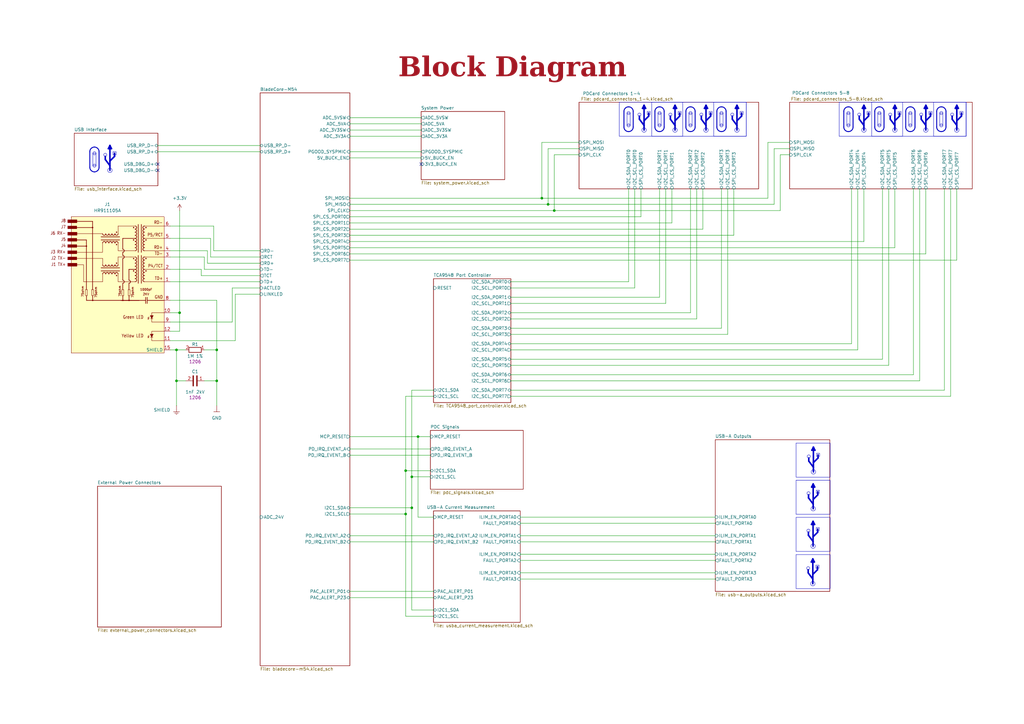
<source format=kicad_sch>
(kicad_sch (version 20250114) (generator "eeschema") (generator_version "9.0")
  (paper "A3")
  (title_block (title "Project Architecture") (date "2025-01-12") (rev "${REVISION}") (company "${COMPANY}"))
  (lib_symbols
    (symbol "DS_Capacitor_1206:1nF 2kV 1206"
      (property "Reference" "C" (at 3.81 2.032 0))
      (property "Value" "1nF 2kV" (at 3.81 0 0))
      (property "FOOTPRINT_SHORT" "1206" (at 3.81 -2.032 0))
      (symbol "1nF 2kV 1206_1_1"
        (pin passive line (at 0 3.81 270) (length 2.794) (name "~") (number "1"))
        (pin passive line (at 0 -3.81 90) (length 2.794) (name "~") (number "2"))
      )
    )
    (symbol "DS_Connector:HR911105A"
      (property "Reference" "J" (at 1.016 33.274 0))
      (property "Value" "HR911105A" (at -7.366 -27.686 0))
      (symbol "HR911105A_1_0"
        (text "GND" (at -19.8971 -3.1962 0) (effects (font (size 1.2764 1.0849)) (justify left bottom)))
        (text "TD+" (at -19.8695 4.492 0) (effects (font (size 1.2772 1.0856)) (justify left bottom)))
        (text "P4/TCT" (at -19.8444 9.5906 0) (effects (font (size 1.2762 1.0847)) (justify left bottom)))
        (text "P5/RCT" (at -19.8348 22.3455 0) (effects (font (size 1.2758 1.0844)) (justify left bottom)))
        (text "TD-" (at -19.8142 14.6785 0) (effects (font (size 1.275 1.0837)) (justify left bottom)))
        (text "RD-" (at -19.7987 27.4142 0) (effects (font (size 1.2744 1.0832)) (justify left bottom)))
        (text "RD+" (at -19.7935 17.2152 0) (effects (font (size 1.2742 1.083)) (justify left bottom)))
        (text "1000pF" (at -15.5425 0.1242 0) (effects (font (size 0.889 0.889)) (justify left bottom)))
        (text "2KV" (at -14.2728 -1.7896 0) (effects (font (size 0.889 0.889)) (justify left bottom)))
        (text "Green LED" (at -11.938 -11.43 0) (effects (font (size 1.2757 1.0843)) (justify left bottom)))
        (text "Yellow LED" (at -11.938 -19.05 0) (effects (font (size 1.2791 1.0872)) (justify left bottom)))
        (text "75ohm" (at -6.8914 -2.7806 900) (effects (font (size 0.889 0.889)) (justify left bottom)))
        (text "75ohm" (at -1.6553 -2.3411 900) (effects (font (size 0.889 0.889)) (justify left bottom)))
        (text "75ohm" (at 8.1571 -2.7897 900) (effects (font (size 0.889 0.889)) (justify left bottom)))
        (text "75ohm" (at 13.6147 -2.4906 900) (effects (font (size 0.889 0.889)) (justify left bottom)))
        (text "J1 TX+" (at 19.946 10.208 0) (effects (font (size 1.2765 1.085)) (justify left bottom)))
        (text "J3 RX+" (at 19.9635 15.3529 0) (effects (font (size 1.277 1.0854)) (justify left bottom)))
        (text "J2 TX-" (at 19.964 12.7823 0) (effects (font (size 1.2772 1.0856)) (justify left bottom)))
        (text "J4" (at 19.9663 17.9064 0) (effects (font (size 1.2772 1.0856)) (justify left bottom)))
        (text "J8" (at 19.975 28.1307 0) (effects (font (size 1.2776 1.0859)) (justify left bottom)))
        (text "J6 RX-" (at 19.9752 23.0177 0) (effects (font (size 1.2777 1.086)) (justify left bottom)))
        (text "J7" (at 19.9759 25.5682 0) (effects (font (size 1.2778 1.0861)) (justify left bottom)))
        (text "J5" (at 19.9842 20.4661 0) (effects (font (size 1.2781 1.0863)) (justify left bottom)))
        (pin passive line (at -22.86 26.67 0) (length 2.54) (name "RD-") (number "6"))
        (pin passive line (at -22.86 21.59 0) (length 2.54) (name "P5/RCT") (number "5"))
        (pin passive line (at -22.86 16.51 0) (length 2.54) (name "RD+") (number "4"))
        (pin passive line (at -22.86 13.97 0) (length 2.54) (name "TD-") (number "3"))
        (pin passive line (at -22.86 8.89 0) (length 2.54) (name "P4/TCT") (number "2"))
        (pin passive line (at -22.86 3.81 0) (length 2.54) (name "TD+") (number "1"))
        (pin power_in line (at -22.86 -3.81 0) (length 2.54) (name "GND") (number "8"))
        (pin passive line (at -22.86 -8.89 0) (length 2.54) (name "GREEN+") (number "10"))
        (pin passive line (at -22.86 -12.7 0) (length 2.54) (name "GREEN-") (number "9"))
        (pin passive line (at -22.86 -16.51 0) (length 2.54) (name "YELLOW+") (number "12"))
        (pin passive line (at -22.86 -20.32 0) (length 2.54) (name "YELLOW-") (number "11"))
        (pin passive line (at -22.86 -24.13 0) (length 2.54) (name "SHIELD") (number "15"))
      )
    )
    (symbol "DS_Resistor_1206:1M 1% 1206"
      (property "Reference" "R" (at 2.032 2.032 0))
      (property "Value" "1M 1%" (at 2.032 0 0))
      (property "FOOTPRINT_SHORT" "1206" (at 2.032 -2.032 0))
      (symbol "1M 1% 1206_1_1"
        (pin passive line (at 0 3.81 270) (length 1.27) (name "~") (number "1"))
        (pin passive line (at 0 -3.81 90) (length 1.27) (name "~") (number "2"))
      )
    )
    (symbol "DS_Supply:GND" (power) (pin_numbers (hide yes)) (pin_names (offset 0) (hide yes))
      (property "Value" "GND" (at 0 -3.81 0))
      (symbol "GND_1_1"
        (pin power_in line (at 0 0 270) (length 0) (name "~") (number "1"))
      )
    )
    (symbol "DS_Supply:SHIELD" (power) (pin_numbers (hide yes)) (pin_names (offset 0) (hide yes)) (in_bom no) (on_board no)
      (property "Value" "SHIELD" (at 0 -4.064 0))
      (symbol "SHIELD_1_1"
        (pin power_in line (at 0 1.27 270) (length 0) (name "~") (number "1"))
      )
    )
    (symbol "power:+3.3V" (power) (pin_numbers (hide yes)) (pin_names (offset 0) (hide yes))
      (property "Value" "+3.3V" (at 0 3.556 0))
      (symbol "+3.3V_1_1"
        (pin power_in line (at 0 0 90) (length 0) (name "~") (number "1"))
      )
    )
  )
  (arc (start 386.08 53.975) (mid 384.733 53.417) (end 384.175 52.07) (stroke (width 0.381)))
  (rectangle (start 382.905 41.91) (end 396.24 55.88))
  (arc (start 297.815 52.07) (mid 297.257 53.417) (end 295.91 53.975) (stroke (width 0.381)))
  (circle (center 45.085 69.85) (radius 0.898) (fill (type color)))
  (circle (center 392.43 53.34) (radius 0.898) (fill (type color)))
  (circle (center 379.73 53.34) (radius 0.898) (fill (type color)))
  (arc (start 387.985 52.07) (mid 387.427 53.417) (end 386.08 53.975) (stroke (width 0.381)))
  (arc (start 362.585 52.07) (mid 362.027 53.417) (end 360.68 53.975) (stroke (width 0.381)))
  (circle (center 367.03 53.34) (radius 0.898) (fill (type color)))
  (rectangle (start 254 41.91) (end 306.07 55.88))
  (arc (start 295.91 53.975) (mid 294.563 53.417) (end 294.005 52.07) (stroke (width 0.381)))
  (arc (start 281.305 45.72) (mid 281.863 44.373) (end 283.21 43.815) (stroke (width 0.381)))
  (circle (center 347.98 51.435) (radius 0.635) (fill (type color)))
  (circle (center 333.5201 208.6625) (radius 0.898) (fill (type color)))
  (arc (start 259.715 52.07) (mid 259.157 53.417) (end 257.81 53.975) (stroke (width 0.381)))
  (rectangle (start 326.4993 227.4459) (end 340.4693 241.4159))
  (circle (center 38.735 62.865) (radius 0.635) (fill (type color)))
  (circle (center 283.21 51.435) (radius 0.635) (fill (type color)))
  (rectangle (start 334.8876 185.9282) (end 336.1576 187.1982) (fill (type color)))
  (circle (center 333.6176 193.5482) (radius 0.898) (fill (type color)))
  (circle (center 274.955 46.99) (radius 0.635) (fill (type color)))
  (rectangle (start 368.3 45.72) (end 369.57 46.99) (fill (type color)))
  (arc (start 255.905 45.72) (mid 256.463 44.373) (end 257.81 43.815) (stroke (width 0.381)))
  (arc (start 257.81 43.815) (mid 259.157 44.373) (end 259.715 45.72) (stroke (width 0.381)))
  (arc (start 386.08 43.815) (mid 387.427 44.373) (end 387.985 45.72) (stroke (width 0.381)))
  (arc (start 371.475 45.72) (mid 372.033 44.373) (end 373.38 43.815) (stroke (width 0.381)))
  (circle (center 270.51 51.435) (radius 0.635) (fill (type color)))
  (rectangle (start 295.275 46.355) (end 296.545 51.435) (fill (type color)))
  (circle (center 264.16 53.34) (radius 0.898) (fill (type color)))
  (arc (start 270.51 53.975) (mid 269.163 53.417) (end 268.605 52.07) (stroke (width 0.381)))
  (circle (center 360.68 51.435) (radius 0.635) (fill (type color)))
  (circle (center 347.98 46.355) (radius 0.635) (fill (type color)))
  (arc (start 295.91 43.815) (mid 297.257 44.373) (end 297.815 45.72) (stroke (width 0.381)))
  (arc (start 285.115 52.07) (mid 284.557 53.417) (end 283.21 53.975) (stroke (width 0.381)))
  (circle (center 331.7126 187.1982) (radius 0.635) (fill (type color)))
  (rectangle (start 381 45.72) (end 382.27 46.99) (fill (type color)))
  (circle (center 331.6151 202.3125) (radius 0.635) (fill (type color)))
  (circle (center 333.4725 223.9882) (radius 0.898) (fill (type color)))
  (circle (center 377.825 46.99) (radius 0.635) (fill (type color)))
  (circle (center 257.81 46.355) (radius 0.635) (fill (type color)))
  (rectangle (start 355.6 45.72) (end 356.87 46.99) (fill (type color)))
  (rectangle (start 269.875 46.355) (end 271.145 51.435) (fill (type color)))
  (rectangle (start 357.505 41.91) (end 370.205 55.88))
  (rectangle (start 292.735 41.91) (end 306.07 55.88))
  (rectangle (start 334.7901 201.0425) (end 336.0601 202.3125) (fill (type color)))
  (circle (center 300.355 46.99) (radius 0.635) (fill (type color)))
  (arc (start 347.98 53.975) (mid 346.633 53.417) (end 346.075 52.07) (stroke (width 0.381)))
  (rectangle (start 326.4993 196.9659) (end 340.4693 210.9359))
  (rectangle (start 334.7425 216.3682) (end 336.0125 217.6382) (fill (type color)))
  (circle (center 43.18 63.5) (radius 0.635) (fill (type color)))
  (rectangle (start 326.4993 212.2059) (end 340.4693 226.1759))
  (rectangle (start 326.4993 181.7259) (end 340.4693 195.6959))
  (arc (start 360.68 53.975) (mid 359.333 53.417) (end 358.775 52.07) (stroke (width 0.381)))
  (circle (center 354.33 53.34) (radius 0.898) (fill (type color)))
  (rectangle (start 257.175 46.355) (end 258.445 51.435) (fill (type color)))
  (arc (start 294.005 45.72) (mid 294.563 44.373) (end 295.91 43.815) (stroke (width 0.381)))
  (arc (start 373.38 43.815) (mid 374.727 44.373) (end 375.285 45.72) (stroke (width 0.381)))
  (circle (center 283.21 46.355) (radius 0.635) (fill (type color)))
  (rectangle (start 344.17 41.91) (end 396.24 55.88))
  (arc (start 360.68 43.815) (mid 362.027 44.373) (end 362.585 45.72) (stroke (width 0.381)))
  (circle (center 352.425 46.99) (radius 0.635) (fill (type color)))
  (circle (center 373.38 46.355) (radius 0.635) (fill (type color)))
  (arc (start 36.83 62.23) (mid 37.388 60.883) (end 38.735 60.325) (stroke (width 0.381)))
  (rectangle (start 38.1 62.865) (end 39.37 67.945) (fill (type color)))
  (rectangle (start 278.13 45.72) (end 279.4 46.99) (fill (type color)))
  (arc (start 373.38 53.975) (mid 372.033 53.417) (end 371.475 52.07) (stroke (width 0.381)))
  (circle (center 257.81 51.435) (radius 0.635) (fill (type color)))
  (circle (center 295.91 46.355) (radius 0.635) (fill (type color)))
  (rectangle (start 46.355 62.23) (end 47.625 63.5) (fill (type color)))
  (circle (center 38.735 67.945) (radius 0.635) (fill (type color)))
  (rectangle (start 265.43 45.72) (end 266.7 46.99) (fill (type color)))
  (circle (center 287.655 46.99) (radius 0.635) (fill (type color)))
  (arc (start 268.605 45.72) (mid 269.163 44.373) (end 270.51 43.815) (stroke (width 0.381)))
  (rectangle (start 385.445 46.355) (end 386.715 51.435) (fill (type color)))
  (circle (center 295.91 51.435) (radius 0.635) (fill (type color)))
  (circle (center 373.38 51.435) (radius 0.635) (fill (type color)))
  (rectangle (start 372.745 46.355) (end 374.015 51.435) (fill (type color)))
  (arc (start 375.285 52.07) (mid 374.727 53.417) (end 373.38 53.975) (stroke (width 0.381)))
  (circle (center 386.08 51.435) (radius 0.635) (fill (type color)))
  (arc (start 257.81 53.975) (mid 256.463 53.417) (end 255.905 52.07) (stroke (width 0.381)))
  (arc (start 283.21 43.815) (mid 284.557 44.373) (end 285.115 45.72) (stroke (width 0.381)))
  (arc (start 272.415 52.07) (mid 271.857 53.417) (end 270.51 53.975) (stroke (width 0.381)))
  (circle (center 276.86 53.34) (radius 0.898) (fill (type color)))
  (arc (start 38.735 70.485) (mid 37.388 69.927) (end 36.83 68.58) (stroke (width 0.381)))
  (arc (start 384.175 45.72) (mid 384.733 44.373) (end 386.08 43.815) (stroke (width 0.381)))
  (arc (start 346.075 45.72) (mid 346.633 44.373) (end 347.98 43.815) (stroke (width 0.381)))
  (circle (center 289.56 53.34) (radius 0.898) (fill (type color)))
  (circle (center 262.255 46.99) (radius 0.635) (fill (type color)))
  (arc (start 270.51 43.815) (mid 271.857 44.373) (end 272.415 45.72) (stroke (width 0.381)))
  (rectangle (start 334.645 231.775) (end 335.915 233.045) (fill (type color)))
  (circle (center 360.68 46.355) (radius 0.635) (fill (type color)))
  (arc (start 347.98 43.815) (mid 349.327 44.373) (end 349.885 45.72) (stroke (width 0.381)))
  (rectangle (start 347.345 46.355) (end 348.615 51.435) (fill (type color)))
  (circle (center 302.26 53.34) (radius 0.898) (fill (type color)))
  (circle (center 331.5675 217.6382) (radius 0.635) (fill (type color)))
  (rectangle (start 282.575 46.355) (end 283.845 51.435) (fill (type color)))
  (circle (center 333.375 239.395) (radius 0.898) (fill (type color)))
  (circle (center 390.525 46.99) (radius 0.635) (fill (type color)))
  (rectangle (start 393.7 45.72) (end 394.97 46.99) (fill (type color)))
  (rectangle (start 303.53 45.72) (end 304.8 46.99) (fill (type color)))
  (rectangle (start 290.83 45.72) (end 292.1 46.99) (fill (type color)))
  (arc (start 349.885 52.07) (mid 349.327 53.417) (end 347.98 53.975) (stroke (width 0.381)))
  (circle (center 270.51 46.355) (radius 0.635) (fill (type color)))
  (arc (start 38.735 60.325) (mid 40.082 60.883) (end 40.64 62.23) (stroke (width 0.381)))
  (arc (start 358.775 45.72) (mid 359.333 44.373) (end 360.68 43.815) (stroke (width 0.381)))
  (rectangle (start 267.335 41.91) (end 280.035 55.88))
  (circle (center 386.08 46.355) (radius 0.635) (fill (type color)))
  (rectangle (start 360.045 46.355) (end 361.315 51.435) (fill (type color)))
  (arc (start 283.21 53.975) (mid 281.863 53.417) (end 281.305 52.07) (stroke (width 0.381)))
  (circle (center 365.125 46.99) (radius 0.635) (fill (type color)))
  (circle (center 331.47 233.045) (radius 0.635) (fill (type color)))
  (arc (start 40.64 68.58) (mid 40.082 69.927) (end 38.735 70.485) (stroke (width 0.381)))
  (text_box "Block Diagram" (at 144.78 21.59 0) (size 130.81 12.7) (margins 5.9999 5.9999 5.9999 5.9999) (stroke (width -0.0001)) (effects (font (size 8 8) (thickness 1.2) (bold yes))))
  (junction (at 166.37 210.82))
  (junction (at 88.9 156.21))
  (junction (at 168.91 195.58))
  (junction (at 227.33 86.36))
  (junction (at 72.39 156.21))
  (junction (at 171.45 179.07))
  (junction (at 72.39 143.51))
  (junction (at 166.37 193.04))
  (junction (at 73.66 128.27))
  (junction (at 222.25 81.28))
  (junction (at 88.9 143.51))
  (junction (at 224.79 83.82))
  (junction (at 168.91 208.28))
  (no_connect (at 172.72 67.31))
  (no_connect (at 64.77 69.85))
  (no_connect (at 64.77 67.31))
  (wire (pts (xy 168.91 160.02) (xy 168.91 195.58)))
  (wire (pts (xy 270.51 121.92) (xy 270.51 77.47)))
  (wire (pts (xy 82.55 113.03) (xy 82.55 110.49)))
  (polyline (pts (xy 368.935 46.355) (xy 368.935 47.625)) (stroke (width 0.635)))
  (polyline (pts (xy 367.03 43.18) (xy 366.395 44.45)) (stroke (width 0.635)))
  (wire (pts (xy 166.37 162.56) (xy 177.8 162.56)))
  (wire (pts (xy 69.85 132.08) (xy 95.25 132.08)))
  (polyline (pts (xy 353.695 44.45) (xy 354.965 44.45)) (stroke (width 0.635)))
  (wire (pts (xy 177.8 212.09) (xy 171.45 212.09)))
  (wire (pts (xy 209.55 124.46) (xy 273.05 124.46)))
  (polyline (pts (xy 333.375 229.235) (xy 332.74 230.505)) (stroke (width 0.635)))
  (wire (pts (xy 83.82 105.41) (xy 83.82 110.49)))
  (polyline (pts (xy 367.03 51.435) (xy 365.125 48.895)) (stroke (width 0.635)))
  (wire (pts (xy 320.04 86.36) (xy 320.04 63.5)))
  (polyline (pts (xy 392.43 43.18) (xy 392.43 53.34)) (stroke (width 0.635)))
  (polyline (pts (xy 335.28 232.41) (xy 335.28 233.68)) (stroke (width 0.635)))
  (wire (pts (xy 177.8 252.73) (xy 166.37 252.73)))
  (polyline (pts (xy 264.16 51.435) (xy 262.255 48.895)) (stroke (width 0.635)))
  (polyline (pts (xy 333.375 237.49) (xy 331.47 234.95)) (stroke (width 0.635)))
  (polyline (pts (xy 45.085 67.945) (xy 43.18 65.405)) (stroke (width 0.635)))
  (wire (pts (xy 72.39 143.51) (xy 72.39 156.21)))
  (wire (pts (xy 285.75 130.81) (xy 285.75 77.47)))
  (wire (pts (xy 76.2 156.21) (xy 72.39 156.21)))
  (wire (pts (xy 237.49 63.5) (xy 227.33 63.5)))
  (wire (pts (xy 237.49 60.96) (xy 224.79 60.96)))
  (polyline (pts (xy 333.5201 198.5025) (xy 332.8851 199.7725)) (stroke (width 0.635)))
  (wire (pts (xy 106.68 107.95) (xy 85.09 107.95)))
  (wire (pts (xy 143.51 93.98) (xy 288.29 93.98)))
  (wire (pts (xy 213.36 227.33) (xy 293.37 227.33)))
  (polyline (pts (xy 333.6176 191.6432) (xy 331.7126 189.1032)) (stroke (width 0.635)))
  (wire (pts (xy 166.37 193.04) (xy 176.53 193.04)))
  (polyline (pts (xy 366.395 44.45) (xy 367.665 44.45)) (stroke (width 0.635)))
  (polyline (pts (xy 297.815 45.72) (xy 297.815 52.07)) (stroke (width 0.381)))
  (wire (pts (xy 351.79 143.51) (xy 351.79 77.47)))
  (wire (pts (xy 209.55 115.57) (xy 257.81 115.57)))
  (polyline (pts (xy 332.74 230.505) (xy 334.01 230.505)) (stroke (width 0.635)))
  (polyline (pts (xy 276.86 49.53) (xy 278.765 47.625)) (stroke (width 0.635)))
  (polyline (pts (xy 333.5201 204.8525) (xy 335.4251 202.9475)) (stroke (width 0.635)))
  (wire (pts (xy 273.05 124.46) (xy 273.05 77.47)))
  (wire (pts (xy 143.51 179.07) (xy 171.45 179.07)))
  (wire (pts (xy 143.51 210.82) (xy 166.37 210.82)))
  (wire (pts (xy 64.77 62.23) (xy 106.68 62.23)))
  (wire (pts (xy 82.55 110.49) (xy 69.85 110.49)))
  (polyline (pts (xy 394.335 46.355) (xy 394.335 47.625)) (stroke (width 0.635)))
  (wire (pts (xy 295.91 134.62) (xy 295.91 77.47)))
  (wire (pts (xy 166.37 193.04) (xy 166.37 210.82)))
  (wire (pts (xy 209.55 153.67) (xy 374.65 153.67)))
  (wire (pts (xy 143.51 83.82) (xy 224.79 83.82)))
  (wire (pts (xy 209.55 128.27) (xy 283.21 128.27)))
  (wire (pts (xy 222.25 81.28) (xy 314.96 81.28)))
  (polyline (pts (xy 268.605 45.72) (xy 268.605 52.07)) (stroke (width 0.381)))
  (wire (pts (xy 171.45 212.09) (xy 171.45 179.07)))
  (wire (pts (xy 88.9 156.21) (xy 88.9 166.37)))
  (polyline (pts (xy 278.765 46.355) (xy 278.765 47.625)) (stroke (width 0.635)))
  (polyline (pts (xy 392.43 49.53) (xy 394.335 47.625)) (stroke (width 0.635)))
  (wire (pts (xy 209.55 134.62) (xy 295.91 134.62)))
  (wire (pts (xy 143.51 208.28) (xy 168.91 208.28)))
  (wire (pts (xy 213.36 229.87) (xy 293.37 229.87)))
  (wire (pts (xy 209.55 121.92) (xy 270.51 121.92)))
  (wire (pts (xy 88.9 143.51) (xy 88.9 156.21)))
  (polyline (pts (xy 264.16 49.53) (xy 266.065 47.625)) (stroke (width 0.635)))
  (wire (pts (xy 213.36 234.95) (xy 293.37 234.95)))
  (polyline (pts (xy 285.115 45.72) (xy 285.115 52.07)) (stroke (width 0.381)))
  (wire (pts (xy 224.79 83.82) (xy 317.5 83.82)))
  (wire (pts (xy 364.49 149.86) (xy 209.55 149.86)))
  (polyline (pts (xy 365.125 47.625) (xy 365.125 48.895)) (stroke (width 0.635)))
  (polyline (pts (xy 367.03 43.18) (xy 367.03 53.34)) (stroke (width 0.635)))
  (polyline (pts (xy 281.305 45.72) (xy 281.305 52.07)) (stroke (width 0.381)))
  (wire (pts (xy 69.85 105.41) (xy 83.82 105.41)))
  (polyline (pts (xy 289.56 43.18) (xy 289.56 53.34)) (stroke (width 0.635)))
  (wire (pts (xy 69.85 123.19) (xy 88.9 123.19)))
  (wire (pts (xy 237.49 58.42) (xy 222.25 58.42)))
  (wire (pts (xy 166.37 162.56) (xy 166.37 193.04)))
  (wire (pts (xy 209.55 162.56) (xy 389.89 162.56)))
  (wire (pts (xy 143.51 242.57) (xy 177.8 242.57)))
  (wire (pts (xy 86.36 105.41) (xy 106.68 105.41)))
  (wire (pts (xy 314.96 81.28) (xy 314.96 58.42)))
  (polyline (pts (xy 391.795 44.45) (xy 393.065 44.45)) (stroke (width 0.635)))
  (wire (pts (xy 288.29 93.98) (xy 288.29 77.47)))
  (polyline (pts (xy 367.03 43.18) (xy 367.665 44.45)) (stroke (width 0.635)))
  (polyline (pts (xy 288.925 44.45) (xy 290.195 44.45)) (stroke (width 0.635)))
  (wire (pts (xy 367.03 101.6) (xy 367.03 77.47)))
  (wire (pts (xy 224.79 60.96) (xy 224.79 83.82)))
  (wire (pts (xy 88.9 123.19) (xy 88.9 143.51)))
  (wire (pts (xy 143.51 245.11) (xy 177.8 245.11)))
  (wire (pts (xy 172.72 62.23) (xy 143.51 62.23)))
  (wire (pts (xy 222.25 58.42) (xy 222.25 81.28)))
  (wire (pts (xy 85.09 107.95) (xy 85.09 102.87)))
  (wire (pts (xy 69.85 128.27) (xy 73.66 128.27)))
  (wire (pts (xy 168.91 250.19) (xy 168.91 208.28)))
  (polyline (pts (xy 259.715 45.72) (xy 259.715 52.07)) (stroke (width 0.381)))
  (wire (pts (xy 143.51 106.68) (xy 392.43 106.68)))
  (polyline (pts (xy 392.43 51.435) (xy 390.525 48.895)) (stroke (width 0.635)))
  (polyline (pts (xy 335.3775 217.0032) (xy 335.3775 218.2732)) (stroke (width 0.635)))
  (wire (pts (xy 260.35 118.11) (xy 260.35 77.47)))
  (wire (pts (xy 389.89 162.56) (xy 389.89 77.47)))
  (polyline (pts (xy 276.86 43.18) (xy 277.495 44.45)) (stroke (width 0.635)))
  (polyline (pts (xy 43.18 64.135) (xy 43.18 65.405)) (stroke (width 0.635)))
  (wire (pts (xy 354.33 99.06) (xy 354.33 77.47)))
  (polyline (pts (xy 333.375 229.235) (xy 334.01 230.505)) (stroke (width 0.635)))
  (polyline (pts (xy 354.33 43.18) (xy 353.695 44.45)) (stroke (width 0.635)))
  (polyline (pts (xy 276.86 43.18) (xy 276.225 44.45)) (stroke (width 0.635)))
  (wire (pts (xy 317.5 83.82) (xy 317.5 60.96)))
  (polyline (pts (xy 45.085 66.04) (xy 46.99 64.135)) (stroke (width 0.635)))
  (wire (pts (xy 143.51 222.25) (xy 177.8 222.25)))
  (wire (pts (xy 95.25 118.11) (xy 106.68 118.11)))
  (wire (pts (xy 88.9 156.21) (xy 83.82 156.21)))
  (wire (pts (xy 213.36 219.71) (xy 293.37 219.71)))
  (polyline (pts (xy 302.26 43.18) (xy 302.26 53.34)) (stroke (width 0.635)))
  (polyline (pts (xy 289.56 51.435) (xy 287.655 48.895)) (stroke (width 0.635)))
  (wire (pts (xy 69.85 92.71) (xy 87.63 92.71)))
  (polyline (pts (xy 45.085 59.69) (xy 45.085 69.85)) (stroke (width 0.635)))
  (wire (pts (xy 392.43 106.68) (xy 392.43 77.47)))
  (wire (pts (xy 209.55 130.81) (xy 285.75 130.81)))
  (wire (pts (xy 168.91 160.02) (xy 177.8 160.02)))
  (wire (pts (xy 143.51 101.6) (xy 367.03 101.6)))
  (wire (pts (xy 209.55 140.97) (xy 349.25 140.97)))
  (wire (pts (xy 177.8 250.19) (xy 168.91 250.19)))
  (wire (pts (xy 209.55 160.02) (xy 387.35 160.02)))
  (polyline (pts (xy 332.8375 215.0982) (xy 334.1075 215.0982)) (stroke (width 0.635)))
  (polyline (pts (xy 333.375 229.235) (xy 333.375 239.395)) (stroke (width 0.635)))
  (polyline (pts (xy 333.5201 206.7575) (xy 331.6151 204.2175)) (stroke (width 0.635)))
  (wire (pts (xy 298.45 137.16) (xy 298.45 77.47)))
  (polyline (pts (xy 379.095 44.45) (xy 380.365 44.45)) (stroke (width 0.635)))
  (polyline (pts (xy 40.64 62.23) (xy 40.64 68.58)) (stroke (width 0.381)))
  (wire (pts (xy 64.77 59.69) (xy 106.68 59.69)))
  (wire (pts (xy 213.36 222.25) (xy 293.37 222.25)))
  (wire (pts (xy 349.25 140.97) (xy 349.25 77.47)))
  (wire (pts (xy 257.81 115.57) (xy 257.81 77.47)))
  (wire (pts (xy 361.95 147.32) (xy 361.95 77.47)))
  (polyline (pts (xy 302.26 51.435) (xy 300.355 48.895)) (stroke (width 0.635)))
  (polyline (pts (xy 379.73 51.435) (xy 377.825 48.895)) (stroke (width 0.635)))
  (wire (pts (xy 143.51 184.15) (xy 176.53 184.15)))
  (polyline (pts (xy 36.83 62.23) (xy 36.83 68.58)) (stroke (width 0.381)))
  (wire (pts (xy 209.55 118.11) (xy 260.35 118.11)))
  (wire (pts (xy 317.5 60.96) (xy 323.85 60.96)))
  (polyline (pts (xy 302.26 43.18) (xy 301.625 44.45)) (stroke (width 0.635)))
  (polyline (pts (xy 331.47 233.68) (xy 331.47 234.95)) (stroke (width 0.635)))
  (wire (pts (xy 387.35 77.47) (xy 387.35 160.02)))
  (polyline (pts (xy 346.075 45.72) (xy 346.075 52.07)) (stroke (width 0.381)))
  (polyline (pts (xy 354.33 43.18) (xy 354.965 44.45)) (stroke (width 0.635)))
  (wire (pts (xy 143.51 88.9) (xy 262.89 88.9)))
  (polyline (pts (xy 375.285 45.72) (xy 375.285 52.07)) (stroke (width 0.381)))
  (wire (pts (xy 227.33 86.36) (xy 320.04 86.36)))
  (polyline (pts (xy 276.86 51.435) (xy 274.955 48.895)) (stroke (width 0.635)))
  (wire (pts (xy 85.09 102.87) (xy 69.85 102.87)))
  (wire (pts (xy 83.82 143.51) (xy 88.9 143.51)))
  (polyline (pts (xy 392.43 43.18) (xy 393.065 44.45)) (stroke (width 0.635)))
  (polyline (pts (xy 304.165 46.355) (xy 304.165 47.625)) (stroke (width 0.635)))
  (polyline (pts (xy 379.73 43.18) (xy 379.095 44.45)) (stroke (width 0.635)))
  (polyline (pts (xy 264.16 43.18) (xy 264.795 44.45)) (stroke (width 0.635)))
  (polyline (pts (xy 44.45 60.96) (xy 45.72 60.96)) (stroke (width 0.635)))
  (wire (pts (xy 96.52 139.7) (xy 96.52 120.65)))
  (wire (pts (xy 95.25 132.08) (xy 95.25 118.11)))
  (wire (pts (xy 72.39 156.21) (xy 72.39 166.37)))
  (wire (pts (xy 69.85 115.57) (xy 106.68 115.57)))
  (wire (pts (xy 209.55 137.16) (xy 298.45 137.16)))
  (polyline (pts (xy 301.625 44.45) (xy 302.895 44.45)) (stroke (width 0.635)))
  (wire (pts (xy 320.04 63.5) (xy 323.85 63.5)))
  (wire (pts (xy 143.51 81.28) (xy 222.25 81.28)))
  (wire (pts (xy 379.73 104.14) (xy 379.73 77.47)))
  (polyline (pts (xy 333.6176 183.3882) (xy 333.6176 193.5482)) (stroke (width 0.635)))
  (polyline (pts (xy 264.16 43.18) (xy 264.16 53.34)) (stroke (width 0.635)))
  (wire (pts (xy 227.33 63.5) (xy 227.33 86.36)))
  (wire (pts (xy 69.85 139.7) (xy 96.52 139.7)))
  (wire (pts (xy 73.66 86.36) (xy 73.66 128.27)))
  (wire (pts (xy 364.49 77.47) (xy 364.49 149.86)))
  (wire (pts (xy 283.21 128.27) (xy 283.21 77.47)))
  (polyline (pts (xy 332.9826 184.6582) (xy 334.2526 184.6582)) (stroke (width 0.635)))
  (polyline (pts (xy 377.825 47.625) (xy 377.825 48.895)) (stroke (width 0.635)))
  (polyline (pts (xy 333.4725 213.8282) (xy 332.8375 215.0982)) (stroke (width 0.635)))
  (polyline (pts (xy 356.235 46.355) (xy 356.235 47.625)) (stroke (width 0.635)))
  (wire (pts (xy 314.96 58.42) (xy 323.85 58.42)))
  (polyline (pts (xy 367.03 49.53) (xy 368.935 47.625)) (stroke (width 0.635)))
  (wire (pts (xy 166.37 252.73) (xy 166.37 210.82)))
  (wire (pts (xy 72.39 143.51) (xy 69.85 143.51)))
  (polyline (pts (xy 387.985 45.72) (xy 387.985 52.07)) (stroke (width 0.381)))
  (polyline (pts (xy 45.085 59.69) (xy 45.72 60.96)) (stroke (width 0.635)))
  (polyline (pts (xy 289.56 43.18) (xy 288.925 44.45)) (stroke (width 0.635)))
  (polyline (pts (xy 276.225 44.45) (xy 277.495 44.45)) (stroke (width 0.635)))
  (wire (pts (xy 172.72 50.8) (xy 143.51 50.8)))
  (polyline (pts (xy 274.955 47.625) (xy 274.955 48.895)) (stroke (width 0.635)))
  (wire (pts (xy 143.51 99.06) (xy 354.33 99.06)))
  (wire (pts (xy 171.45 179.07) (xy 176.53 179.07)))
  (polyline (pts (xy 335.4251 201.6775) (xy 335.4251 202.9475)) (stroke (width 0.635)))
  (polyline (pts (xy 333.4725 213.8282) (xy 333.4725 223.9882)) (stroke (width 0.635)))
  (polyline (pts (xy 287.655 47.625) (xy 287.655 48.895)) (stroke (width 0.635)))
  (wire (pts (xy 300.99 96.52) (xy 300.99 77.47)))
  (wire (pts (xy 209.55 143.51) (xy 351.79 143.51)))
  (polyline (pts (xy 333.4725 213.8282) (xy 334.1075 215.0982)) (stroke (width 0.635)))
  (wire (pts (xy 377.19 77.47) (xy 377.19 156.21)))
  (wire (pts (xy 76.2 143.51) (xy 72.39 143.51)))
  (polyline (pts (xy 272.415 45.72) (xy 272.415 52.07)) (stroke (width 0.381)))
  (wire (pts (xy 87.63 102.87) (xy 106.68 102.87)))
  (wire (pts (xy 143.51 91.44) (xy 275.59 91.44)))
  (wire (pts (xy 213.36 212.09) (xy 293.37 212.09)))
  (polyline (pts (xy 333.5201 198.5025) (xy 334.1551 199.7725)) (stroke (width 0.635)))
  (polyline (pts (xy 349.885 45.72) (xy 349.885 52.07)) (stroke (width 0.381)))
  (polyline (pts (xy 333.6176 183.3882) (xy 334.2526 184.6582)) (stroke (width 0.635)))
  (wire (pts (xy 106.68 113.03) (xy 82.55 113.03)))
  (wire (pts (xy 172.72 55.88) (xy 143.51 55.88)))
  (wire (pts (xy 73.66 128.27) (xy 73.66 135.89)))
  (wire (pts (xy 213.36 237.49) (xy 293.37 237.49)))
  (polyline (pts (xy 302.26 49.53) (xy 304.165 47.625)) (stroke (width 0.635)))
  (polyline (pts (xy 358.775 45.72) (xy 358.775 52.07)) (stroke (width 0.381)))
  (polyline (pts (xy 331.5675 218.2732) (xy 331.5675 219.5432)) (stroke (width 0.635)))
  (polyline (pts (xy 354.33 43.18) (xy 354.33 53.34)) (stroke (width 0.635)))
  (polyline (pts (xy 390.525 47.625) (xy 390.525 48.895)) (stroke (width 0.635)))
  (polyline (pts (xy 392.43 43.18) (xy 391.795 44.45)) (stroke (width 0.635)))
  (polyline (pts (xy 362.585 45.72) (xy 362.585 52.07)) (stroke (width 0.381)))
  (wire (pts (xy 374.65 77.47) (xy 374.65 153.67)))
  (polyline (pts (xy 276.86 43.18) (xy 276.86 53.34)) (stroke (width 0.635)))
  (polyline (pts (xy 354.33 51.435) (xy 352.425 48.895)) (stroke (width 0.635)))
  (wire (pts (xy 96.52 120.65) (xy 106.68 120.65)))
  (polyline (pts (xy 332.8851 199.7725) (xy 334.1551 199.7725)) (stroke (width 0.635)))
  (polyline (pts (xy 384.175 45.72) (xy 384.175 52.07)) (stroke (width 0.381)))
  (polyline (pts (xy 333.375 235.585) (xy 335.28 233.68)) (stroke (width 0.635)))
  (wire (pts (xy 143.51 96.52) (xy 300.99 96.52)))
  (polyline (pts (xy 354.33 49.53) (xy 356.235 47.625)) (stroke (width 0.635)))
  (polyline (pts (xy 291.465 46.355) (xy 291.465 47.625)) (stroke (width 0.635)))
  (polyline (pts (xy 379.73 43.18) (xy 380.365 44.45)) (stroke (width 0.635)))
  (wire (pts (xy 172.72 53.34) (xy 143.51 53.34)))
  (polyline (pts (xy 266.065 46.355) (xy 266.065 47.625)) (stroke (width 0.635)))
  (polyline (pts (xy 333.5201 198.5025) (xy 333.5201 208.6625)) (stroke (width 0.635)))
  (polyline (pts (xy 333.4725 222.0832) (xy 331.5675 219.5432)) (stroke (width 0.635)))
  (polyline (pts (xy 331.6151 202.9475) (xy 331.6151 204.2175)) (stroke (width 0.635)))
  (polyline (pts (xy 379.73 49.53) (xy 381.635 47.625)) (stroke (width 0.635)))
  (polyline (pts (xy 381.635 46.355) (xy 381.635 47.625)) (stroke (width 0.635)))
  (wire (pts (xy 377.19 156.21) (xy 209.55 156.21)))
  (polyline (pts (xy 333.4725 220.1782) (xy 335.3775 218.2732)) (stroke (width 0.635)))
  (wire (pts (xy 83.82 110.49) (xy 106.68 110.49)))
  (polyline (pts (xy 300.355 47.625) (xy 300.355 48.895)) (stroke (width 0.635)))
  (polyline (pts (xy 264.16 43.18) (xy 263.525 44.45)) (stroke (width 0.635)))
  (polyline (pts (xy 289.56 43.18) (xy 290.195 44.45)) (stroke (width 0.635)))
  (wire (pts (xy 143.51 219.71) (xy 177.8 219.71)))
  (polyline (pts (xy 262.255 47.625) (xy 262.255 48.895)) (stroke (width 0.635)))
  (polyline (pts (xy 294.005 45.72) (xy 294.005 52.07)) (stroke (width 0.381)))
  (polyline (pts (xy 352.425 47.625) (xy 352.425 48.895)) (stroke (width 0.635)))
  (wire (pts (xy 87.63 92.71) (xy 87.63 102.87)))
  (polyline (pts (xy 379.73 43.18) (xy 379.73 53.34)) (stroke (width 0.635)))
  (wire (pts (xy 168.91 195.58) (xy 168.91 208.28)))
  (polyline (pts (xy 263.525 44.45) (xy 264.795 44.45)) (stroke (width 0.635)))
  (polyline (pts (xy 46.99 62.865) (xy 46.99 64.135)) (stroke (width 0.635)))
  (polyline (pts (xy 333.6176 189.7382) (xy 335.5226 187.8332)) (stroke (width 0.635)))
  (wire (pts (xy 143.51 104.14) (xy 379.73 104.14)))
  (polyline (pts (xy 333.6176 183.3882) (xy 332.9826 184.6582)) (stroke (width 0.635)))
  (polyline (pts (xy 289.56 49.53) (xy 291.465 47.625)) (stroke (width 0.635)))
  (wire (pts (xy 172.72 64.77) (xy 143.51 64.77)))
  (wire (pts (xy 69.85 97.79) (xy 86.36 97.79)))
  (wire (pts (xy 213.36 214.63) (xy 293.37 214.63)))
  (polyline (pts (xy 371.475 45.72) (xy 371.475 52.07)) (stroke (width 0.381)))
  (wire (pts (xy 209.55 147.32) (xy 361.95 147.32)))
  (wire (pts (xy 143.51 186.69) (xy 176.53 186.69)))
  (polyline (pts (xy 255.905 45.72) (xy 255.905 52.07)) (stroke (width 0.381)))
  (wire (pts (xy 168.91 195.58) (xy 176.53 195.58)))
  (wire (pts (xy 69.85 135.89) (xy 73.66 135.89)))
  (wire (pts (xy 275.59 91.44) (xy 275.59 77.47)))
  (polyline (pts (xy 302.26 43.18) (xy 302.895 44.45)) (stroke (width 0.635)))
  (polyline (pts (xy 45.085 59.69) (xy 44.45 60.96)) (stroke (width 0.635)))
  (polyline (pts (xy 335.5226 186.5632) (xy 335.5226 187.8332)) (stroke (width 0.635)))
  (wire (pts (xy 262.89 88.9) (xy 262.89 77.47)))
  (wire (pts (xy 172.72 48.26) (xy 143.51 48.26)))
  (polyline (pts (xy 331.7126 187.8332) (xy 331.7126 189.1032)) (stroke (width 0.635)))
  (wire (pts (xy 86.36 97.79) (xy 86.36 105.41)))
  (wire (pts (xy 143.51 86.36) (xy 227.33 86.36)))
  (symbol (lib_id "DS_Supply:GND") (at 88.9 166.37 0) (mirror y) (unit 1)
    (property "Reference" "#PWR02" (effects (hide yes)))
    (property "Value" "GND" (at 88.9 171.45 0))
    (property "Description" "Power symbol creates a global label with name \"GND\" , ground" (effects (hide yes)))
  )
  (symbol (lib_id "DS_Resistor_1206:1M 1% 1206") (at 80.01 143.51 270) (mirror x) (unit 1)
    (property "Reference" "R1" (at 80.01 141.224 90))
    (property "Value" "1M 1%" (at 80.01 146.05 90))
    (property "Footprint" "Resistor_SMD:R_1206_3216Metric" (effects (hide yes)))
    (property "Description" "250mW Thick Film Resistors 200V ±100ppm/℃ ±1% 1MΩ 1206 Chip Resistor - Surface Mount ROHS" (effects (hide yes)))
    (property "LCSC_PART" "C17927" (effects (hide yes)))
    (property "ROHS" "YES" (effects (hide yes)))
    (property "FOOTPRINT_SHORT" "1206" (at 80.01 148.336 90))
    (property "MFR" "Uniohm" (effects (hide yes)))
  )
  (symbol (lib_id "DS_Capacitor_1206:1nF 2kV 1206") (at 80.01 156.21 270) (unit 1)
    (property "Reference" "C1" (at 80.01 152.4 90))
    (property "Value" "1nF 2kV" (at 80.01 160.782 90))
    (property "Footprint" "Capacitor_SMD:C_1206_3216Metric" (effects (hide yes)))
    (property "Description" "Chip Capacitor (MLCC) 1206 1nF ±10% 2KV X7R" (effects (hide yes)))
    (property "FOOTPRINT_SHORT" "1206" (at 80.01 163.068 90))
    (property "ROHS" "YES" (effects (hide yes)))
    (property "LCSC_PART" "C173242" (effects (hide yes)))
    (property "MFR" "Johanson Dielectrics " (effects (hide yes)))
  )
  (symbol (lib_id "DS_Supply:SHIELD") (at 72.39 167.64 0) (mirror y) (unit 1) (in_bom no) (on_board no)
    (property "Reference" "#SHIELD01" (effects (hide yes)))
    (property "Value" "SHIELD" (at 69.85 168.1479 0) (effects (justify left)))
    (property "Description" "Power symbol creates a global label with name \"SHIELD\"" (effects (hide yes)))
  )
  (symbol (lib_id "DS_Connector:HR911105A") (at 46.99 119.38 0) (mirror y) (unit 1)
    (property "Reference" "J1" (at 44.0782 83.82 0))
    (property "Value" "HR911105A" (at 44.0782 86.36 0))
    (property "Footprint" "DS_Connector:100BASE_MAGJACK" (effects (hide yes)))
    (property "Datasheet" "https://core-electronics.com.au/attachments/localcontent/cc11be56d66bb63d5f1eeb85492439c0_335950a6d06.pdf" (effects (hide yes)))
    (property "Description" "1 Filtered Gold Non-PoE Phosphor bronze RJ45 Jack Right Angle Shielded With LED Plugin Ethernet Connectors / Modular Connectors (RJ45 RJ11) ROHS" (effects (hide yes)))
    (property "MPN" "HR911105A" (effects (hide yes)))
    (property "MFR" "HANRUN" (effects (hide yes)))
    (property "ROHS" "YES" (effects (hide yes)))
    (property "LCSC_PART" "C12074" (effects (hide yes)))
  )
  (symbol (lib_id "power:+3.3V") (at 73.66 86.36 0) (unit 1)
    (property "Reference" "#PWR01" (effects (hide yes)))
    (property "Value" "+3.3V" (at 73.66 81.28 0))
    (property "Description" "Power symbol creates a global label with name \"+3.3V\"" (effects (hide yes)))
  )
  (sheet (at 30.48 54.61) (size 34.29 21.59) (stroke (width 0.1524))
    (property "Sheetname" "USB Interface" (at 30.48 53.8984 0) (effects (justify left bottom)))
    (property "Sheetfile" "usb_interface.kicad_sch" (at 30.48 76.7846 0) (effects (justify left top)))
    (pin "USB_RP_D-" bidirectional (at 64.77 59.69 0))
    (pin "USB_RP_D+" bidirectional (at 64.77 62.23 0))
    (pin "USB_DBG_D+" bidirectional (at 64.77 67.31 0))
    (pin "USB_DBG_D-" bidirectional (at 64.77 69.85 0))
  )
  (sheet (at 172.72 45.72) (size 34.29 27.94) (stroke (width 0.1524))
    (property "Sheetname" "System Power" (at 172.72 45.0084 0) (effects (justify left bottom)))
    (property "Sheetfile" "system_power.kicad_sch" (at 172.72 74.2446 0) (effects (justify left top)))
    (pin "5V_BUCK_EN" input (at 172.72 64.77 180))
    (pin "3V3_BUCK_EN" input (at 172.72 67.31 180))
    (pin "ADC_5VSW" output (at 172.72 48.26 180))
    (pin "ADC_5VA" output (at 172.72 50.8 180))
    (pin "ADC_3V3SW" output (at 172.72 53.34 180))
    (pin "ADC_3V3A" output (at 172.72 55.88 180))
    (pin "PGOOD_SYSPMIC" output (at 172.72 62.23 180))
  )
  (sheet (at 177.8 209.55) (size 35.56 45.72) (stroke (width 0.1524))
    (property "Sheetname" "USB-A Current Measurement" (at 175.006 208.788 0) (effects (justify left bottom)))
    (property "Sheetfile" "usba_current_measurement.kicad_sch" (at 177.8 255.8546 0) (effects (justify left top)))
    (pin "PAC_ALERT_P01" bidirectional (at 177.8 242.57 180))
    (pin "FAULT_PORTA0" input (at 213.36 214.63 0))
    (pin "I2C1_SCL" bidirectional (at 177.8 252.73 180))
    (pin "ILIM_EN_PORTA1" input (at 213.36 219.71 0))
    (pin "FAULT_PORTA2" input (at 213.36 229.87 0))
    (pin "ILIM_EN_PORTA0" input (at 213.36 212.09 0))
    (pin "ILIM_EN_PORTA2" input (at 213.36 227.33 0))
    (pin "FAULT_PORTA3" input (at 213.36 237.49 0))
    (pin "FAULT_PORTA1" input (at 213.36 222.25 0))
    (pin "PAC_ALERT_P23" bidirectional (at 177.8 245.11 180))
    (pin "ILIM_EN_PORTA3" input (at 213.36 234.95 0))
    (pin "I2C1_SDA" bidirectional (at 177.8 250.19 180))
    (pin "MCP_RESET" input (at 177.8 212.09 180))
    (pin "PD_IRQ_EVENT_A2" output (at 177.8 219.71 180))
    (pin "PD_IRQ_EVENT_B2" output (at 177.8 222.25 180))
  )
  (sheet (at 106.68 38.1) (size 36.83 234.95) (stroke (width 0.1524))
    (property "Sheetname" "BladeCore-M54" (at 106.68 37.3884 0) (effects (justify left bottom)))
    (property "Sheetfile" "bladecore-m54.kicad_sch" (at 106.68 273.6346 0) (effects (justify left top)))
    (pin "ADC_24V" input (at 106.68 212.09 180))
    (pin "I2C1_SDA" bidirectional (at 143.51 208.28 0))
    (pin "ADC_3V3A" input (at 143.51 55.88 0))
    (pin "ADC_3V3SW" input (at 143.51 53.34 0))
    (pin "PD_IRQ_EVENT_B" input (at 143.51 186.69 0))
    (pin "MCP_RESET" output (at 143.51 179.07 0))
    (pin "SPI_CS_PORT6" output (at 143.51 104.14 0))
    (pin "USB_RP_D-" bidirectional (at 106.68 59.69 180))
    (pin "SPI_CS_PORT5" output (at 143.51 101.6 0))
    (pin "USB_RP_D+" bidirectional (at 106.68 62.23 180))
    (pin "SPI_MISO" input (at 143.51 83.82 0))
    (pin "SPI_MOSI" output (at 143.51 81.28 0))
    (pin "SPI_CS_PORT2" output (at 143.51 93.98 0))
    (pin "SPI_CS_PORT0" output (at 143.51 88.9 0))
    (pin "PD_IRQ_EVENT_A" input (at 143.51 184.15 0))
    (pin "SPI_CLK" output (at 143.51 86.36 0))
    (pin "PAC_ALERT_P23" bidirectional (at 143.51 245.11 0))
    (pin "SPI_CS_PORT4" output (at 143.51 99.06 0))
    (pin "ADC_5VSW" input (at 143.51 48.26 0))
    (pin "PAC_ALERT_P01" bidirectional (at 143.51 242.57 0))
    (pin "I2C1_SCL" output (at 143.51 210.82 0))
    (pin "SPI_CS_PORT1" output (at 143.51 91.44 0))
    (pin "SPI_CS_PORT3" output (at 143.51 96.52 0))
    (pin "SPI_CS_PORT7" output (at 143.51 106.68 0))
    (pin "PGOOD_SYSPMIC" input (at 143.51 62.23 0))
    (pin "5V_BUCK_EN" output (at 143.51 64.77 0))
    (pin "ADC_5VA" input (at 143.51 50.8 0))
    (pin "RD-" output (at 106.68 102.87 180))
    (pin "TD+" input (at 106.68 115.57 180))
    (pin "TCT" output (at 106.68 113.03 180))
    (pin "LINKLED" input (at 106.68 120.65 180))
    (pin "TD-" input (at 106.68 110.49 180))
    (pin "ACTLED" input (at 106.68 118.11 180))
    (pin "RD+" output (at 106.68 107.95 180))
    (pin "RCT" output (at 106.68 105.41 180))
    (pin "PD_IRQ_EVENT_B2" input (at 143.51 222.25 0))
    (pin "PD_IRQ_EVENT_A2" input (at 143.51 219.71 0))
  )
  (sheet (at 40.005 199.39) (size 50.8 57.785) (stroke (width 0.1524))
    (property "Sheetname" "External Power Connectors" (at 40.005 198.6784 0) (effects (justify left bottom)))
    (property "Sheetfile" "external_power_connectors.kicad_sch" (at 40.005 257.7596 0) (effects (justify left top)))
  )
  (sheet (at 237.49 41.91) (size 73.66 35.56) (stroke (width 0.1524))
    (property "Sheetname" "PDCard Connectors 1-4" (at 239.014 39.116 0) (effects (justify left bottom)))
    (property "Sheetfile" "pdcard_connectors_1-4.kicad_sch" (at 238.252 39.878 0) (effects (justify left top)))
    (pin "SPI_CS_PORT1" input (at 275.59 77.47 270))
    (pin "I2C_SCL_PORT3" input (at 298.45 77.47 270))
    (pin "SPI_CS_PORT2" input (at 288.29 77.47 270))
    (pin "SPI_MISO" output (at 237.49 60.96 180))
    (pin "SPI_MOSI" input (at 237.49 58.42 180))
    (pin "SPI_CS_PORT0" input (at 262.89 77.47 270))
    (pin "I2C_SDA_PORT2" bidirectional (at 283.21 77.47 270))
    (pin "I2C_SDA_PORT1" bidirectional (at 270.51 77.47 270))
    (pin "I2C_SCL_PORT2" input (at 285.75 77.47 270))
    (pin "I2C_SDA_PORT0" bidirectional (at 257.81 77.47 270))
    (pin "I2C_SCL_PORT1" input (at 273.05 77.47 270))
    (pin "SPI_CLK" input (at 237.49 63.5 180))
    (pin "SPI_CS_PORT3" input (at 300.99 77.47 270))
    (pin "I2C_SCL_PORT0" input (at 260.35 77.47 270))
    (pin "I2C_SDA_PORT3" bidirectional (at 295.91 77.47 270))
  )
  (sheet (at 177.8 114.3) (size 31.75 50.8) (stroke (width 0.1524))
    (property "Sheetname" "TCA9548 Port Controller" (at 177.8 113.5884 0) (effects (justify left bottom)))
    (property "Sheetfile" "TCA9548_port_controller.kicad_sch" (at 177.8 165.6846 0) (effects (justify left top)))
    (pin "I2C_SDA_PORT2" bidirectional (at 209.55 128.27 0))
    (pin "I2C_SCL_PORT7" output (at 209.55 162.56 0))
    (pin "I2C1_SCL" bidirectional (at 177.8 162.56 180))
    (pin "I2C_SCL_PORT3" output (at 209.55 137.16 0))
    (pin "I2C_SDA_PORT1" bidirectional (at 209.55 121.92 0))
    (pin "I2C_SCL_PORT2" output (at 209.55 130.81 0))
    (pin "RESET" input (at 177.8 118.11 180))
    (pin "I2C_SDA_PORT3" bidirectional (at 209.55 134.62 0))
    (pin "I2C_SDA_PORT4" bidirectional (at 209.55 140.97 0))
    (pin "I2C_SCL_PORT4" output (at 209.55 143.51 0))
    (pin "I2C_SDA_PORT7" bidirectional (at 209.55 160.02 0))
    (pin "I2C_SCL_PORT5" output (at 209.55 149.86 0))
    (pin "I2C_SCL_PORT1" output (at 209.55 124.46 0))
    (pin "I2C_SDA_PORT6" bidirectional (at 209.55 153.67 0))
    (pin "I2C_SDA_PORT0" bidirectional (at 209.55 115.57 0))
    (pin "I2C_SDA_PORT5" bidirectional (at 209.55 147.32 0))
    (pin "I2C1_SDA" bidirectional (at 177.8 160.02 180))
    (pin "I2C_SCL_PORT0" output (at 209.55 118.11 0))
    (pin "I2C_SCL_PORT6" output (at 209.55 156.21 0))
  )
  (sheet (at 323.85 41.91) (size 74.93 35.56) (stroke (width 0.1524))
    (property "Sheetname" "PDCard Connectors 5-8" (at 324.866 38.862 0) (effects (justify left bottom)))
    (property "Sheetfile" "pdcard_connectors_5-8.kicad_sch" (at 324.358 39.878 0) (effects (justify left top)))
    (pin "I2C_SDA_PORT4" bidirectional (at 349.25 77.47 270))
    (pin "SPI_MOSI" input (at 323.85 58.42 180))
    (pin "I2C_SCL_PORT5" input (at 364.49 77.47 270))
    (pin "I2C_SCL_PORT4" input (at 351.79 77.47 270))
    (pin "SPI_MISO" output (at 323.85 60.96 180))
    (pin "I2C_SDA_PORT7" bidirectional (at 387.35 77.47 270))
    (pin "SPI_CS_PORT6" input (at 379.73 77.47 270))
    (pin "SPI_CS_PORT5" input (at 367.03 77.47 270))
    (pin "I2C_SCL_PORT7" input (at 389.89 77.47 270))
    (pin "I2C_SDA_PORT5" bidirectional (at 361.95 77.47 270))
    (pin "SPI_CS_PORT7" input (at 392.43 77.47 270))
    (pin "SPI_CS_PORT4" input (at 354.33 77.47 270))
    (pin "I2C_SCL_PORT6" input (at 377.19 77.47 270))
    (pin "SPI_CLK" input (at 323.85 63.5 180))
    (pin "I2C_SDA_PORT6" bidirectional (at 374.65 77.47 270))
  )
  (sheet (at 293.37 180.34) (size 46.99 62.23) (stroke (width 0.1524))
    (property "Sheetname" "USB-A Outputs" (at 293.37 179.6284 0) (effects (justify left bottom)))
    (property "Sheetfile" "usb-a_outputs.kicad_sch" (at 293.37 243.1546 0) (effects (justify left top)))
    (pin "ILIM_EN_PORTA1" input (at 293.37 219.71 180))
    (pin "FAULT_PORTA0" output (at 293.37 214.63 180))
    (pin "ILIM_EN_PORTA0" input (at 293.37 212.09 180))
    (pin "FAULT_PORTA3" output (at 293.37 237.49 180))
    (pin "FAULT_PORTA2" output (at 293.37 229.87 180))
    (pin "ILIM_EN_PORTA2" input (at 293.37 227.33 180))
    (pin "ILIM_EN_PORTA3" input (at 293.37 234.95 180))
    (pin "FAULT_PORTA1" output (at 293.37 222.25 180))
  )
  (sheet (at 176.53 176.53) (size 38.1 24.13) (stroke (width 0.1524))
    (property "Sheetname" "PDC Signals" (at 176.53 175.8184 0) (effects (justify left bottom)))
    (property "Sheetfile" "pdc_signals.kicad_sch" (at 176.53 201.2446 0) (effects (justify left top)))
    (pin "PD_IRQ_EVENT_B" output (at 176.53 186.69 180))
    (pin "PD_IRQ_EVENT_A" output (at 176.53 184.15 180))
    (pin "I2C1_SCL" input (at 176.53 195.58 180))
    (pin "I2C1_SDA" bidirectional (at 176.53 193.04 180))
    (pin "MCP_RESET" input (at 176.53 179.07 180))
  )
)
</source>
